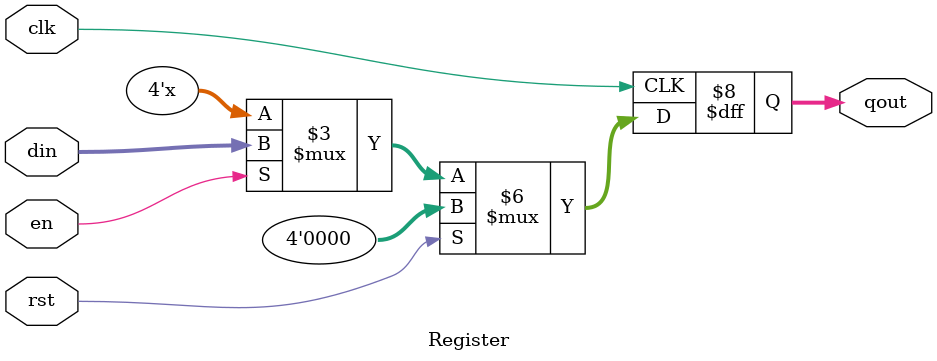
<source format=v>
`timescale 1ns / 1ps
module Register(
	input        rst ,
	input        clk ,
	input        en ,
	input  [3:0] din ,
	output reg [3:0] qout
    );
	always@(negedge clk)
		if (rst) 
				qout<=4'b0000;
		else
		begin
			if	(en)
				qout<=din;
			else
				qout<=4'bxxxx;
		end
endmodule

</source>
